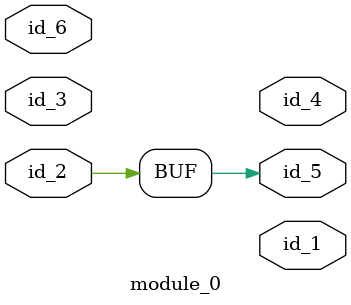
<source format=v>
`timescale 1ps / 1ps
module module_0 (
    id_1,
    id_2,
    id_3,
    id_4,
    id_5,
    id_6
);
  inout id_6;
  output id_5;
  output id_4;
  inout id_3;
  inout id_2;
  output id_1;
  assign id_5[1'h0] = id_2;
endmodule

</source>
